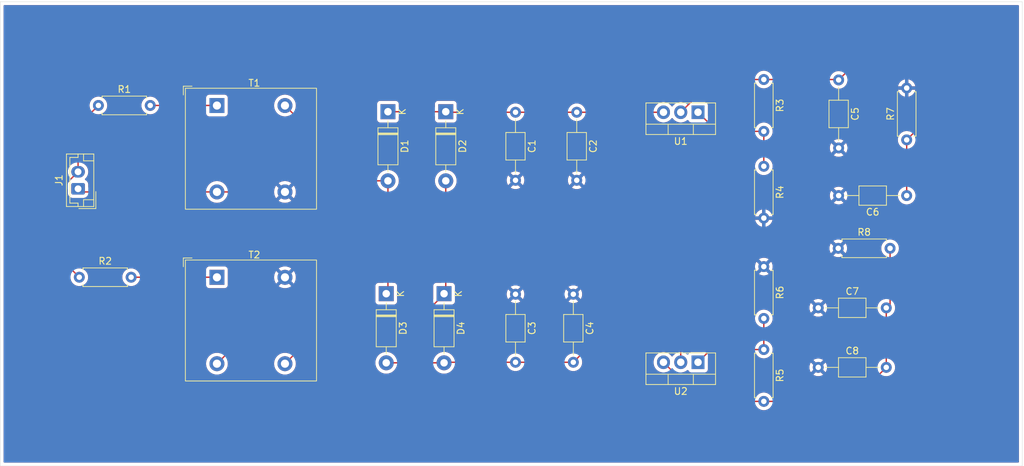
<source format=kicad_pcb>
(kicad_pcb (version 20241229) (generator "pcbnew") (generator_version "9.0")
  (layers (0 "F.Cu" signal) (2 "B.Cu" signal) (13 "F.Paste" user) (15 "B.Paste" user) (5 "F.SilkS" user "F.Silkscreen") (7 "B.SilkS" user "B.Silkscreen") (1 "F.Mask" user) (3 "B.Mask" user) (25 "Edge.Cuts" user))
  (net 0 "")
  (net 1 "GND")
  (net 2 "Net-(D1-K)")
  (net 3 "Net-(D3-A)")
  (net 4 "Net-(U1-VO)")
  (net 5 "Net-(U2-VO)")
  (net 6 "Net-(D1-A)")
  (net 7 "Net-(D2-A)")
  (net 8 "Net-(J1-Pin_2)")
  (net 9 "Net-(J1-Pin_1)")
  (net 10 "Net-(T1-AA)")
  (net 11 "Net-(T2-AA)")
  (net 12 "Net-(U1-ADJ)")
  (net 13 "Net-(U2-ADJ)")
  (footprint "Capacitor_THT:C_Axial_L3.8mm_D2.6mm_P10.00mm_Horizontal" (layer "F.Cu") (at 198.25 61.25 -90)
    (property "Reference" "C5" (at 5 -2.42 90) (layer "F.SilkS"))
    (property "Value" "100n")
    (fp_line (start 2.98 1.42) (end 7.02 1.42) (stroke (width 0.12)) (layer "F.SilkS"))
    (fp_line (start 7.02 1.42) (end 7.02 -1.42) (stroke (width 0.12)) (layer "F.SilkS"))
    (fp_line (start 1.04 0) (end 2.98 0) (stroke (width 0.12)) (layer "F.SilkS"))
    (fp_line (start 8.96 0) (end 7.02 0) (stroke (width 0.12)) (layer "F.SilkS"))
    (fp_line (start 2.98 -1.42) (end 2.98 1.42) (stroke (width 0.12)) (layer "F.SilkS"))
    (fp_line (start 7.02 -1.42) (end 2.98 -1.42) (stroke (width 0.12)) (layer "F.SilkS"))
    (pad "1" thru_hole circle (at 0 0 270) (size 1.6 1.6) (drill 0.8) (layers "*.Cu" "*.Mask") (net 4 "Net-(U1-VO)"))
    (pad "2" thru_hole circle (at 10 0 270) (size 1.6 1.6) (drill 0.8) (layers "*.Cu" "*.Mask") (net 1 "GND"))
  )
  (footprint "Diode_THT:D_DO-41_SOD81_P10.16mm_Horizontal" (layer "F.Cu") (at 140.5 65.92 -90)
    (property "Reference" "D2" (at 5.08 -2.47 90) (layer "F.SilkS"))
    (property "Value" "1N4007")
    (fp_line (start 2.36 1.47) (end 7.8 1.47) (stroke (width 0.12)) (layer "F.SilkS"))
    (fp_line (start 7.8 1.47) (end 7.8 -1.47) (stroke (width 0.12)) (layer "F.SilkS"))
    (fp_line (start 1.34 0) (end 2.36 0) (stroke (width 0.12)) (layer "F.SilkS"))
    (fp_line (start 8.82 0) (end 7.8 0) (stroke (width 0.12)) (layer "F.SilkS"))
    (fp_line (start 2.36 -1.47) (end 2.36 1.47) (stroke (width 0.12)) (layer "F.SilkS"))
    (fp_line (start 3.14 -1.47) (end 3.14 1.47) (stroke (width 0.12)) (layer "F.SilkS"))
    (fp_line (start 3.26 -1.47) (end 3.26 1.47) (stroke (width 0.12)) (layer "F.SilkS"))
    (fp_line (start 3.38 -1.47) (end 3.38 1.47) (stroke (width 0.12)) (layer "F.SilkS"))
    (fp_line (start 7.8 -1.47) (end 2.36 -1.47) (stroke (width 0.12)) (layer "F.SilkS"))
    (fp_text user "K" (at 0 -2.1 90) (layer "F.SilkS"))
    (pad "1" thru_hole rect (at 0 0 270) (size 2.2 2.2) (drill 1.1) (layers "*.Cu" "*.Mask") (net 2 "Net-(D1-K)"))
    (pad "2" thru_hole oval (at 10.16 0 270) (size 2.2 2.2) (drill 1.1) (layers "*.Cu" "*.Mask") (net 7 "Net-(D2-A)"))
  )
  (footprint "Resistor_THT:R_Axial_DIN0207_L6.3mm_D2.5mm_P7.62mm_Horizontal" (layer "F.Cu") (at 86.63 90.25)
    (property "Reference" "R2" (at 3.81 -2.37 0) (layer "F.SilkS"))
    (property "Value" "R")
    (fp_line (start 0.54 -1.37) (end 7.08 -1.37) (stroke (width 0.12)) (layer "F.SilkS"))
    (fp_line (start 0.54 -1.04) (end 0.54 -1.37) (stroke (width 0.12)) (layer "F.SilkS"))
    (fp_line (start 0.54 1.04) (end 0.54 1.37) (stroke (width 0.12)) (layer "F.SilkS"))
    (fp_line (start 0.54 1.37) (end 7.08 1.37) (stroke (width 0.12)) (layer "F.SilkS"))
    (fp_line (start 7.08 -1.37) (end 7.08 -1.04) (stroke (width 0.12)) (layer "F.SilkS"))
    (fp_line (start 7.08 1.37) (end 7.08 1.04) (stroke (width 0.12)) (layer "F.SilkS"))
    (pad "1" thru_hole circle (at 0 0) (size 1.6 1.6) (drill 0.8) (layers "*.Cu" "*.Mask") (net 8 "Net-(J1-Pin_2)"))
    (pad "2" thru_hole oval (at 7.62 0) (size 1.6 1.6) (drill 0.8) (layers "*.Cu" "*.Mask") (net 11 "Net-(T2-AA)"))
  )
  (footprint "Diode_THT:D_DO-41_SOD81_P10.16mm_Horizontal" (layer "F.Cu") (at 132 65.92 -90)
    (property "Reference" "D1" (at 5.08 -2.47 90) (layer "F.SilkS"))
    (property "Value" "1N4007")
    (fp_line (start 2.36 1.47) (end 7.8 1.47) (stroke (width 0.12)) (layer "F.SilkS"))
    (fp_line (start 7.8 1.47) (end 7.8 -1.47) (stroke (width 0.12)) (layer "F.SilkS"))
    (fp_line (start 1.34 0) (end 2.36 0) (stroke (width 0.12)) (layer "F.SilkS"))
    (fp_line (start 8.82 0) (end 7.8 0) (stroke (width 0.12)) (layer "F.SilkS"))
    (fp_line (start 2.36 -1.47) (end 2.36 1.47) (stroke (width 0.12)) (layer "F.SilkS"))
    (fp_line (start 3.14 -1.47) (end 3.14 1.47) (stroke (width 0.12)) (layer "F.SilkS"))
    (fp_line (start 3.26 -1.47) (end 3.26 1.47) (stroke (width 0.12)) (layer "F.SilkS"))
    (fp_line (start 3.38 -1.47) (end 3.38 1.47) (stroke (width 0.12)) (layer "F.SilkS"))
    (fp_line (start 7.8 -1.47) (end 2.36 -1.47) (stroke (width 0.12)) (layer "F.SilkS"))
    (fp_text user "K" (at 0 -2.1 90) (layer "F.SilkS"))
    (pad "1" thru_hole rect (at 0 0 270) (size 2.2 2.2) (drill 1.1) (layers "*.Cu" "*.Mask") (net 2 "Net-(D1-K)"))
    (pad "2" thru_hole oval (at 10.16 0 270) (size 2.2 2.2) (drill 1.1) (layers "*.Cu" "*.Mask") (net 6 "Net-(D1-A)"))
  )
  (footprint "Resistor_THT:R_Axial_DIN0207_L6.3mm_D2.5mm_P7.62mm_Horizontal" (layer "F.Cu") (at 187.25 73.94 -90)
    (property "Reference" "R4" (at 3.81 -2.37 90) (layer "F.SilkS"))
    (property "Value" "R")
    (fp_line (start 0.54 1.37) (end 7.08 1.37) (stroke (width 0.12)) (layer "F.SilkS"))
    (fp_line (start 7.08 1.37) (end 7.08 1.04) (stroke (width 0.12)) (layer "F.SilkS"))
    (fp_line (start 0.54 1.04) (end 0.54 1.37) (stroke (width 0.12)) (layer "F.SilkS"))
    (fp_line (start 0.54 -1.04) (end 0.54 -1.37) (stroke (width 0.12)) (layer "F.SilkS"))
    (fp_line (start 0.54 -1.37) (end 7.08 -1.37) (stroke (width 0.12)) (layer "F.SilkS"))
    (fp_line (start 7.08 -1.37) (end 7.08 -1.04) (stroke (width 0.12)) (layer "F.SilkS"))
    (pad "1" thru_hole circle (at 0 0 270) (size 1.6 1.6) (drill 0.8) (layers "*.Cu" "*.Mask") (net 12 "Net-(U1-ADJ)"))
    (pad "2" thru_hole oval (at 7.62 0 270) (size 1.6 1.6) (drill 0.8) (layers "*.Cu" "*.Mask") (net 1 "GND"))
  )
  (footprint "Package_TO_SOT_THT:TO-220-3_Vertical" (layer "F.Cu") (at 177.58 102.75 180)
    (property "Reference" "U2" (at 2.54 -4.27 0) (layer "F.SilkS"))
    (property "Value" "LM337_TO220")
    (fp_line (start 7.66 -3.27) (end 7.66 1.371) (stroke (width 0.12)) (layer "F.SilkS"))
    (fp_line (start 4.391 -3.27) (end 4.391 -1.76) (stroke (width 0.12)) (layer "F.SilkS"))
    (fp_line (start 0.69 -3.27) (end 0.69 -1.76) (stroke (width 0.12)) (layer "F.SilkS"))
    (fp_line (start -2.58 1.371) (end 7.66 1.371) (stroke (width 0.12)) (layer "F.SilkS"))
    (fp_line (start -2.58 -1.76) (end 7.66 -1.76) (stroke (width 0.12)) (layer "F.SilkS"))
    (fp_line (start -2.58 -3.27) (end 7.66 -3.27) (stroke (width 0.12)) (layer "F.SilkS"))
    (fp_line (start -2.58 -3.27) (end -2.58 1.371) (stroke (width 0.12)) (layer "F.SilkS"))
    (pad "1" thru_hole rect (at 0 0 180) (size 1.905 2) (drill 1.1) (layers "*.Cu" "*.Mask") (net 13 "Net-(U2-ADJ)"))
    (pad "2" thru_hole oval (at 2.54 0 180) (size 1.905 2) (drill 1.1) (layers "*.Cu" "*.Mask") (net 3 "Net-(D3-A)"))
    (pad "3" thru_hole oval (at 5.08 0 180) (size 1.905 2) (drill 1.1) (layers "*.Cu" "*.Mask") (net 5 "Net-(U2-VO)"))
  )
  (footprint "Resistor_THT:R_Axial_DIN0207_L6.3mm_D2.5mm_P7.62mm_Horizontal" (layer "F.Cu") (at 187.25 88.69 -90)
    (property "Reference" "R6" (at 3.81 -2.37 90) (layer "F.SilkS"))
    (property "Value" "R")
    (fp_line (start 0.54 1.37) (end 7.08 1.37) (stroke (width 0.12)) (layer "F.SilkS"))
    (fp_line (start 7.08 1.37) (end 7.08 1.04) (stroke (width 0.12)) (layer "F.SilkS"))
    (fp_line (start 0.54 1.04) (end 0.54 1.37) (stroke (width 0.12)) (layer "F.SilkS"))
    (fp_line (start 0.54 -1.04) (end 0.54 -1.37) (stroke (width 0.12)) (layer "F.SilkS"))
    (fp_line (start 0.54 -1.37) (end 7.08 -1.37) (stroke (width 0.12)) (layer "F.SilkS"))
    (fp_line (start 7.08 -1.37) (end 7.08 -1.04) (stroke (width 0.12)) (layer "F.SilkS"))
    (pad "1" thru_hole circle (at 0 0 270) (size 1.6 1.6) (drill 0.8) (layers "*.Cu" "*.Mask") (net 1 "GND"))
    (pad "2" thru_hole oval (at 7.62 0 270) (size 1.6 1.6) (drill 0.8) (layers "*.Cu" "*.Mask") (net 13 "Net-(U2-ADJ)"))
  )
  (footprint "Capacitor_THT:C_Axial_L3.8mm_D2.6mm_P10.00mm_Horizontal" (layer "F.Cu") (at 150.75 92.75 -90)
    (property "Reference" "C3" (at 5 -2.42 90) (layer "F.SilkS"))
    (property "Value" "150m")
    (fp_line (start 2.98 1.42) (end 7.02 1.42) (stroke (width 0.12)) (layer "F.SilkS"))
    (fp_line (start 7.02 1.42) (end 7.02 -1.42) (stroke (width 0.12)) (layer "F.SilkS"))
    (fp_line (start 1.04 0) (end 2.98 0) (stroke (width 0.12)) (layer "F.SilkS"))
    (fp_line (start 8.96 0) (end 7.02 0) (stroke (width 0.12)) (layer "F.SilkS"))
    (fp_line (start 2.98 -1.42) (end 2.98 1.42) (stroke (width 0.12)) (layer "F.SilkS"))
    (fp_line (start 7.02 -1.42) (end 2.98 -1.42) (stroke (width 0.12)) (layer "F.SilkS"))
    (pad "1" thru_hole circle (at 0 0 270) (size 1.6 1.6) (drill 0.8) (layers "*.Cu" "*.Mask") (net 1 "GND"))
    (pad "2" thru_hole circle (at 10 0 270) (size 1.6 1.6) (drill 0.8) (layers "*.Cu" "*.Mask") (net 3 "Net-(D3-A)"))
  )
  (footprint "Capacitor_THT:C_Axial_L3.8mm_D2.6mm_P10.00mm_Horizontal" (layer "F.Cu") (at 195.25 103.5)
    (property "Reference" "C8" (at 5 -2.42 0) (layer "F.SilkS"))
    (property "Value" "1000u")
    (fp_line (start 1.04 0) (end 2.98 0) (stroke (width 0.12)) (layer "F.SilkS"))
    (fp_line (start 2.98 -1.42) (end 2.98 1.42) (stroke (width 0.12)) (layer "F.SilkS"))
    (fp_line (start 2.98 1.42) (end 7.02 1.42) (stroke (width 0.12)) (layer "F.SilkS"))
    (fp_line (start 7.02 -1.42) (end 2.98 -1.42) (stroke (width 0.12)) (layer "F.SilkS"))
    (fp_line (start 7.02 1.42) (end 7.02 -1.42) (stroke (width 0.12)) (layer "F.SilkS"))
    (fp_line (start 8.96 0) (end 7.02 0) (stroke (width 0.12)) (layer "F.SilkS"))
    (pad "1" thru_hole circle (at 0 0) (size 1.6 1.6) (drill 0.8) (layers "*.Cu" "*.Mask") (net 1 "GND"))
    (pad "2" thru_hole circle (at 10 0) (size 1.6 1.6) (drill 0.8) (layers "*.Cu" "*.Mask") (net 5 "Net-(U2-VO)"))
  )
  (footprint "Capacitor_THT:C_Axial_L3.8mm_D2.6mm_P10.00mm_Horizontal" (layer "F.Cu") (at 159.75 66 -90)
    (property "Reference" "C2" (at 5 -2.42 90) (layer "F.SilkS"))
    (property "Value" "100n")
    (fp_line (start 2.98 1.42) (end 7.02 1.42) (stroke (width 0.12)) (layer "F.SilkS"))
    (fp_line (start 7.02 1.42) (end 7.02 -1.42) (stroke (width 0.12)) (layer "F.SilkS"))
    (fp_line (start 1.04 0) (end 2.98 0) (stroke (width 0.12)) (layer "F.SilkS"))
    (fp_line (start 8.96 0) (end 7.02 0) (stroke (width 0.12)) (layer "F.SilkS"))
    (fp_line (start 2.98 -1.42) (end 2.98 1.42) (stroke (width 0.12)) (layer "F.SilkS"))
    (fp_line (start 7.02 -1.42) (end 2.98 -1.42) (stroke (width 0.12)) (layer "F.SilkS"))
    (pad "1" thru_hole circle (at 0 0 270) (size 1.6 1.6) (drill 0.8) (layers "*.Cu" "*.Mask") (net 2 "Net-(D1-K)"))
    (pad "2" thru_hole circle (at 10 0 270) (size 1.6 1.6) (drill 0.8) (layers "*.Cu" "*.Mask") (net 1 "GND"))
  )
  (footprint "Resistor_THT:R_Axial_DIN0207_L6.3mm_D2.5mm_P7.62mm_Horizontal" (layer "F.Cu") (at 89.44 65)
    (property "Reference" "R1" (at 3.81 -2.37 0) (layer "F.SilkS"))
    (property "Value" "R")
    (fp_line (start 0.54 -1.37) (end 7.08 -1.37) (stroke (width 0.12)) (layer "F.SilkS"))
    (fp_line (start 0.54 -1.04) (end 0.54 -1.37) (stroke (width 0.12)) (layer "F.SilkS"))
    (fp_line (start 0.54 1.04) (end 0.54 1.37) (stroke (width 0.12)) (layer "F.SilkS"))
    (fp_line (start 0.54 1.37) (end 7.08 1.37) (stroke (width 0.12)) (layer "F.SilkS"))
    (fp_line (start 7.08 -1.37) (end 7.08 -1.04) (stroke (width 0.12)) (layer "F.SilkS"))
    (fp_line (start 7.08 1.37) (end 7.08 1.04) (stroke (width 0.12)) (layer "F.SilkS"))
    (pad "1" thru_hole circle (at 0 0) (size 1.6 1.6) (drill 0.8) (layers "*.Cu" "*.Mask") (net 8 "Net-(J1-Pin_2)"))
    (pad "2" thru_hole oval (at 7.62 0) (size 1.6 1.6) (drill 0.8) (layers "*.Cu" "*.Mask") (net 10 "Net-(T1-AA)"))
  )
  (footprint "Resistor_THT:R_Axial_DIN0207_L6.3mm_D2.5mm_P7.62mm_Horizontal" (layer "F.Cu") (at 187.25 61.19 -90)
    (property "Reference" "R3" (at 3.81 -2.37 90) (layer "F.SilkS"))
    (property "Value" "470")
    (fp_line (start 0.54 1.37) (end 7.08 1.37) (stroke (width 0.12)) (layer "F.SilkS"))
    (fp_line (start 7.08 1.37) (end 7.08 1.04) (stroke (width 0.12)) (layer "F.SilkS"))
    (fp_line (start 0.54 1.04) (end 0.54 1.37) (stroke (width 0.12)) (layer "F.SilkS"))
    (fp_line (start 0.54 -1.04) (end 0.54 -1.37) (stroke (width 0.12)) (layer "F.SilkS"))
    (fp_line (start 0.54 -1.37) (end 7.08 -1.37) (stroke (width 0.12)) (layer "F.SilkS"))
    (fp_line (start 7.08 -1.37) (end 7.08 -1.04) (stroke (width 0.12)) (layer "F.SilkS"))
    (pad "1" thru_hole circle (at 0 0 270) (size 1.6 1.6) (drill 0.8) (layers "*.Cu" "*.Mask") (net 4 "Net-(U1-VO)"))
    (pad "2" thru_hole oval (at 7.62 0 270) (size 1.6 1.6) (drill 0.8) (layers "*.Cu" "*.Mask") (net 12 "Net-(U1-ADJ)"))
  )
  (footprint "Package_TO_SOT_THT:TO-220-3_Vertical" (layer "F.Cu") (at 177.58 66 180)
    (property "Reference" "U1" (at 2.54 -4.27 0) (layer "F.SilkS"))
    (property "Value" "LM317_TO-220")
    (fp_line (start 7.66 -3.27) (end 7.66 1.371) (stroke (width 0.12)) (layer "F.SilkS"))
    (fp_line (start 4.391 -3.27) (end 4.391 -1.76) (stroke (width 0.12)) (layer "F.SilkS"))
    (fp_line (start 0.69 -3.27) (end 0.69 -1.76) (stroke (width 0.12)) (layer "F.SilkS"))
    (fp_line (start -2.58 1.371) (end 7.66 1.371) (stroke (width 0.12)) (layer "F.SilkS"))
    (fp_line (start -2.58 -1.76) (end 7.66 -1.76) (stroke (width 0.12)) (layer "F.SilkS"))
    (fp_line (start -2.58 -3.27) (end 7.66 -3.27) (stroke (width 0.12)) (layer "F.SilkS"))
    (fp_line (start -2.58 -3.27) (end -2.58 1.371) (stroke (width 0.12)) (layer "F.SilkS"))
    (pad "1" thru_hole rect (at 0 0 180) (size 1.905 2) (drill 1.1) (layers "*.Cu" "*.Mask") (net 12 "Net-(U1-ADJ)"))
    (pad "2" thru_hole oval (at 2.54 0 180) (size 1.905 2) (drill 1.1) (layers "*.Cu" "*.Mask") (net 4 "Net-(U1-VO)"))
    (pad "3" thru_hole oval (at 5.08 0 180) (size 1.905 2) (drill 1.1) (layers "*.Cu" "*.Mask") (net 2 "Net-(D1-K)"))
  )
  (footprint "Diode_THT:D_DO-41_SOD81_P10.16mm_Horizontal" (layer "F.Cu") (at 140.25 92.67 -90)
    (property "Reference" "D4" (at 5.08 -2.47 90) (layer "F.SilkS"))
    (property "Value" "1N4007")
    (fp_line (start 2.36 1.47) (end 7.8 1.47) (stroke (width 0.12)) (layer "F.SilkS"))
    (fp_line (start 7.8 1.47) (end 7.8 -1.47) (stroke (width 0.12)) (layer "F.SilkS"))
    (fp_line (start 1.34 0) (end 2.36 0) (stroke (width 0.12)) (layer "F.SilkS"))
    (fp_line (start 8.82 0) (end 7.8 0) (stroke (width 0.12)) (layer "F.SilkS"))
    (fp_line (start 2.36 -1.47) (end 2.36 1.47) (stroke (width 0.12)) (layer "F.SilkS"))
    (fp_line (start 3.14 -1.47) (end 3.14 1.47) (stroke (width 0.12)) (layer "F.SilkS"))
    (fp_line (start 3.26 -1.47) (end 3.26 1.47) (stroke (width 0.12)) (layer "F.SilkS"))
    (fp_line (start 3.38 -1.47) (end 3.38 1.47) (stroke (width 0.12)) (layer "F.SilkS"))
    (fp_line (start 7.8 -1.47) (end 2.36 -1.47) (stroke (width 0.12)) (layer "F.SilkS"))
    (fp_text user "K" (at 0 -2.1 90) (layer "F.SilkS"))
    (pad "1" thru_hole rect (at 0 0 270) (size 2.2 2.2) (drill 1.1) (layers "*.Cu" "*.Mask") (net 7 "Net-(D2-A)"))
    (pad "2" thru_hole oval (at 10.16 0 270) (size 2.2 2.2) (drill 1.1) (layers "*.Cu" "*.Mask") (net 3 "Net-(D3-A)"))
  )
  (footprint "Connector_JST:JST_EH_B2B-EH-A_1x02_P2.50mm_Vertical" (layer "F.Cu") (at 86.45 77.25 90)
    (property "Reference" "J1" (at 1.25 -2.8 90) (layer "F.SilkS"))
    (property "Value" "Conn_01x02")
    (fp_line (start 5.11 -1.71) (end -2.61 -1.71) (stroke (width 0.12)) (layer "F.SilkS"))
    (fp_line (start -2.61 -1.71) (end -2.61 2.31) (stroke (width 0.12)) (layer "F.SilkS"))
    (fp_line (start 4.61 -1.21) (end 4.61 0) (stroke (width 0.12)) (layer "F.SilkS"))
    (fp_line (start -2.11 -1.21) (end 4.61 -1.21) (stroke (width 0.12)) (layer "F.SilkS"))
    (fp_line (start 4.61 0) (end 5.11 0) (stroke (width 0.12)) (layer "F.SilkS"))
    (fp_line (start -2.11 0) (end -2.11 -1.21) (stroke (width 0.12)) (layer "F.SilkS"))
    (fp_line (start -2.61 0) (end -2.11 0) (stroke (width 0.12)) (layer "F.SilkS"))
    (fp_line (start -2.91 0.11) (end -2.91 2.61) (stroke (width 0.12)) (layer "F.SilkS"))
    (fp_line (start 5.11 0.81) (end 4.11 0.81) (stroke (width 0.12)) (layer "F.SilkS"))
    (fp_line (start 4.11 0.81) (end 4.11 2.31) (stroke (width 0.12)) (layer "F.SilkS"))
    (fp_line (start -1.61 0.81) (end -1.61 2.31) (stroke (width 0.12)) (layer "F.SilkS"))
    (fp_line (start -2.61 0.81) (end -1.61 0.81) (stroke (width 0.12)) (layer "F.SilkS"))
    (fp_line (start 5.11 2.31) (end 5.11 -1.71) (stroke (width 0.12)) (layer "F.SilkS"))
    (fp_line (start -2.61 2.31) (end 5.11 2.31) (stroke (width 0.12)) (layer "F.SilkS"))
    (fp_line (start -2.91 2.61) (end -0.41 2.61) (stroke (width 0.12)) (layer "F.SilkS"))
    (pad "1" thru_hole roundrect (at 0 0 90) (size 1.7 2) (drill 1) (layers "*.Cu" "*.Mask") (roundrect_rratio 0.147059) (net 9 "Net-(J1-Pin_1)"))
    (pad "2" thru_hole oval (at 2.5 0 90) (size 1.7 2) (drill 1) (layers "*.Cu" "*.Mask") (net 8 "Net-(J1-Pin_2)"))
  )
  (footprint "Resistor_THT:R_Axial_DIN0207_L6.3mm_D2.5mm_P7.62mm_Horizontal" (layer "F.Cu") (at 187.25 100.88 -90)
    (property "Reference" "R5" (at 3.81 -2.37 90) (layer "F.SilkS"))
    (property "Value" "470")
    (fp_line (start 0.54 1.37) (end 7.08 1.37) (stroke (width 0.12)) (layer "F.SilkS"))
    (fp_line (start 7.08 1.37) (end 7.08 1.04) (stroke (width 0.12)) (layer "F.SilkS"))
    (fp_line (start 0.54 1.04) (end 0.54 1.37) (stroke (width 0.12)) (layer "F.SilkS"))
    (fp_line (start 0.54 -1.04) (end 0.54 -1.37) (stroke (width 0.12)) (layer "F.SilkS"))
    (fp_line (start 0.54 -1.37) (end 7.08 -1.37) (stroke (width 0.12)) (layer "F.SilkS"))
    (fp_line (start 7.08 -1.37) (end 7.08 -1.04) (stroke (width 0.12)) (layer "F.SilkS"))
    (pad "1" thru_hole circle (at 0 0 270) (size 1.6 1.6) (drill 0.8) (layers "*.Cu" "*.Mask") (net 13 "Net-(U2-ADJ)"))
    (pad "2" thru_hole oval (at 7.62 0 270) (size 1.6 1.6) (drill 0.8) (layers "*.Cu" "*.Mask") (net 5 "Net-(U2-VO)"))
  )
  (footprint "Transformer_THT:Transformer_Zeming_ZMPT101K" (layer "F.Cu") (at 106.8625 90.2625)
    (property "Reference" "T2" (at 5.5 -3.3 0) (layer "F.SilkS"))
    (property "Value" "Transformer_1P_1S")
    (fp_line (start -4.94 -2.84) (end -3.66 -2.84) (stroke (width 0.12)) (layer "F.SilkS"))
    (fp_line (start -4.94 -1.56) (end -4.94 -2.84) (stroke (width 0.12)) (layer "F.SilkS"))
    (fp_rect (start -4.64 -2.54) (end 14.64 15.24) (stroke (width 0.12)) (fill no) (layer "F.SilkS"))
    (pad "1" thru_hole rect (at 0 0) (size 2.2 2.2) (drill 1.2) (layers "*.Cu" "*.Mask") (net 11 "Net-(T2-AA)"))
    (pad "2" thru_hole circle (at 0 12.7) (size 2.2 2.2) (drill 1.2) (layers "*.Cu" "*.Mask") (net 9 "Net-(J1-Pin_1)"))
    (pad "3" thru_hole circle (at 10 12.7) (size 2.2 2.2) (drill 1.2) (layers "*.Cu" "*.Mask") (net 7 "Net-(D2-A)"))
    (pad "4" thru_hole circle (at 10 0) (size 2.2 2.2) (drill 1.2) (layers "*.Cu" "*.Mask") (net 1 "GND"))
  )
  (footprint "Diode_THT:D_DO-41_SOD81_P10.16mm_Horizontal" (layer "F.Cu") (at 131.75 92.67 -90)
    (property "Reference" "D3" (at 5.08 -2.47 90) (layer "F.SilkS"))
    (property "Value" "1N4007")
    (fp_line (start 2.36 1.47) (end 7.8 1.47) (stroke (width 0.12)) (layer "F.SilkS"))
    (fp_line (start 7.8 1.47) (end 7.8 -1.47) (stroke (width 0.12)) (layer "F.SilkS"))
    (fp_line (start 1.34 0) (end 2.36 0) (stroke (width 0.12)) (layer "F.SilkS"))
    (fp_line (start 8.82 0) (end 7.8 0) (stroke (width 0.12)) (layer "F.SilkS"))
    (fp_line (start 2.36 -1.47) (end 2.36 1.47) (stroke (width 0.12)) (layer "F.SilkS"))
    (fp_line (start 3.14 -1.47) (end 3.14 1.47) (stroke (width 0.12)) (layer "F.SilkS"))
    (fp_line (start 3.26 -1.47) (end 3.26 1.47) (stroke (width 0.12)) (layer "F.SilkS"))
    (fp_line (start 3.38 -1.47) (end 3.38 1.47) (stroke (width 0.12)) (layer "F.SilkS"))
    (fp_line (start 7.8 -1.47) (end 2.36 -1.47) (stroke (width 0.12)) (layer "F.SilkS"))
    (fp_text user "K" (at 0 -2.1 90) (layer "F.SilkS"))
    (pad "1" thru_hole rect (at 0 0 270) (size 2.2 2.2) (drill 1.1) (layers "*.Cu" "*.Mask") (net 6 "Net-(D1-A)"))
    (pad "2" thru_hole oval (at 10.16 0 270) (size 2.2 2.2) (drill 1.1) (layers "*.Cu" "*.Mask") (net 3 "Net-(D3-A)"))
  )
  (footprint "Capacitor_THT:C_Axial_L3.8mm_D2.6mm_P10.00mm_Horizontal" (layer "F.Cu") (at 150.75 66 -90)
    (property "Reference" "C1" (at 5 -2.42 90) (layer "F.SilkS"))
    (property "Value" "150m")
    (fp_line (start 2.98 1.42) (end 7.02 1.42) (stroke (width 0.12)) (layer "F.SilkS"))
    (fp_line (start 7.02 1.42) (end 7.02 -1.42) (stroke (width 0.12)) (layer "F.SilkS"))
    (fp_line (start 1.04 0) (end 2.98 0) (stroke (width 0.12)) (layer "F.SilkS"))
    (fp_line (start 8.96 0) (end 7.02 0) (stroke (width 0.12)) (layer "F.SilkS"))
    (fp_line (start 2.98 -1.42) (end 2.98 1.42) (stroke (width 0.12)) (layer "F.SilkS"))
    (fp_line (start 7.02 -1.42) (end 2.98 -1.42) (stroke (width 0.12)) (layer "F.SilkS"))
    (pad "1" thru_hole circle (at 0 0 270) (size 1.6 1.6) (drill 0.8) (layers "*.Cu" "*.Mask") (net 2 "Net-(D1-K)"))
    (pad "2" thru_hole circle (at 10 0 270) (size 1.6 1.6) (drill 0.8) (layers "*.Cu" "*.Mask") (net 1 "GND"))
  )
  (footprint "Resistor_THT:R_Axial_DIN0207_L6.3mm_D2.5mm_P7.62mm_Horizontal" (layer "F.Cu") (at 198.19 86)
    (property "Reference" "R8" (at 3.81 -2.37 0) (layer "F.SilkS"))
    (property "Value" "R")
    (fp_line (start 0.54 -1.37) (end 7.08 -1.37) (stroke (width 0.12)) (layer "F.SilkS"))
    (fp_line (start 0.54 -1.04) (end 0.54 -1.37) (stroke (width 0.12)) (layer "F.SilkS"))
    (fp_line (start 0.54 1.04) (end 0.54 1.37) (stroke (width 0.12)) (layer "F.SilkS"))
    (fp_line (start 0.54 1.37) (end 7.08 1.37) (stroke (width 0.12)) (layer "F.SilkS"))
    (fp_line (start 7.08 -1.37) (end 7.08 -1.04) (stroke (width 0.12)) (layer "F.SilkS"))
    (fp_line (start 7.08 1.37) (end 7.08 1.04) (stroke (width 0.12)) (layer "F.SilkS"))
    (pad "1" thru_hole circle (at 0 0) (size 1.6 1.6) (drill 0.8) (layers "*.Cu" "*.Mask") (net 1 "GND"))
    (pad "2" thru_hole oval (at 7.62 0) (size 1.6 1.6) (drill 0.8) (layers "*.Cu" "*.Mask") (net 5 "Net-(U2-VO)"))
  )
  (footprint "Resistor_THT:R_Axial_DIN0207_L6.3mm_D2.5mm_P7.62mm_Horizontal" (layer "F.Cu") (at 208.25 70.06 90)
    (property "Reference" "R7" (at 3.81 -2.37 90) (layer "F.SilkS"))
    (property "Value" "R")
    (fp_line (start 7.08 -1.37) (end 7.08 -1.04) (stroke (width 0.12)) (layer "F.SilkS"))
    (fp_line (start 0.54 -1.37) (end 7.08 -1.37) (stroke (width 0.12)) (layer "F.SilkS"))
    (fp_line (start 0.54 -1.04) (end 0.54 -1.37) (stroke (width 0.12)) (layer "F.SilkS"))
    (fp_line (start 0.54 1.04) (end 0.54 1.37) (stroke (width 0.12)) (layer "F.SilkS"))
    (fp_line (start 7.08 1.37) (end 7.08 1.04) (stroke (width 0.12)) (layer "F.SilkS"))
    (fp_line (start 0.54 1.37) (end 7.08 1.37) (stroke (width 0.12)) (layer "F.SilkS"))
    (pad "1" thru_hole circle (at 0 0 90) (size 1.6 1.6) (drill 0.8) (layers "*.Cu" "*.Mask") (net 4 "Net-(U1-VO)"))
    (pad "2" thru_hole oval (at 7.62 0 90) (size 1.6 1.6) (drill 0.8) (layers "*.Cu" "*.Mask") (net 1 "GND"))
  )
  (footprint "Capacitor_THT:C_Axial_L3.8mm_D2.6mm_P10.00mm_Horizontal" (layer "F.Cu") (at 208.25 78.25 180)
    (property "Reference" "C6" (at 5 -2.42 0) (layer "F.SilkS"))
    (property "Value" "1000u")
    (fp_line (start 8.96 0) (end 7.02 0) (stroke (width 0.12)) (layer "F.SilkS"))
    (fp_line (start 7.02 1.42) (end 7.02 -1.42) (stroke (width 0.12)) (layer "F.SilkS"))
    (fp_line (start 7.02 -1.42) (end 2.98 -1.42) (stroke (width 0.12)) (layer "F.SilkS"))
    (fp_line (start 2.98 1.42) (end 7.02 1.42) (stroke (width 0.12)) (layer "F.SilkS"))
    (fp_line (start 2.98 -1.42) (end 2.98 1.42) (stroke (width 0.12)) (layer "F.SilkS"))
    (fp_line (start 1.04 0) (end 2.98 0) (stroke (width 0.12)) (layer "F.SilkS"))
    (pad "1" thru_hole circle (at 0 0 180) (size 1.6 1.6) (drill 0.8) (layers "*.Cu" "*.Mask") (net 4 "Net-(U1-VO)"))
    (pad "2" thru_hole circle (at 10 0 180) (size 1.6 1.6) (drill 0.8) (layers "*.Cu" "*.Mask") (net 1 "GND"))
  )
  (footprint "Capacitor_THT:C_Axial_L3.8mm_D2.6mm_P10.00mm_Horizontal" (layer "F.Cu") (at 159.25 92.75 -90)
    (property "Reference" "C4" (at 5 -2.42 90) (layer "F.SilkS"))
    (property "Value" "100n")
    (fp_line (start 2.98 1.42) (end 7.02 1.42) (stroke (width 0.12)) (layer "F.SilkS"))
    (fp_line (start 7.02 1.42) (end 7.02 -1.42) (stroke (width 0.12)) (layer "F.SilkS"))
    (fp_line (start 1.04 0) (end 2.98 0) (stroke (width 0.12)) (layer "F.SilkS"))
    (fp_line (start 8.96 0) (end 7.02 0) (stroke (width 0.12)) (layer "F.SilkS"))
    (fp_line (start 2.98 -1.42) (end 2.98 1.42) (stroke (width 0.12)) (layer "F.SilkS"))
    (fp_line (start 7.02 -1.42) (end 2.98 -1.42) (stroke (width 0.12)) (layer "F.SilkS"))
    (pad "1" thru_hole circle (at 0 0 270) (size 1.6 1.6) (drill 0.8) (layers "*.Cu" "*.Mask") (net 1 "GND"))
    (pad "2" thru_hole circle (at 10 0 270) (size 1.6 1.6) (drill 0.8) (layers "*.Cu" "*.Mask") (net 3 "Net-(D3-A)"))
  )
  (footprint "Transformer_THT:Transformer_Zeming_ZMPT101K" (layer "F.Cu") (at 106.8625 65.0125)
    (property "Reference" "T1" (at 5.5 -3.3 0) (layer "F.SilkS"))
    (property "Value" "Transformer_1P_1S")
    (fp_line (start -4.94 -2.84) (end -3.66 -2.84) (stroke (width 0.12)) (layer "F.SilkS"))
    (fp_line (start -4.94 -1.56) (end -4.94 -2.84) (stroke (width 0.12)) (layer "F.SilkS"))
    (fp_rect (start -4.64 -2.54) (end 14.64 15.24) (stroke (width 0.12)) (fill no) (layer "F.SilkS"))
    (pad "1" thru_hole rect (at 0 0) (size 2.2 2.2) (drill 1.2) (layers "*.Cu" "*.Mask") (net 10 "Net-(T1-AA)"))
    (pad "2" thru_hole circle (at 0 12.7) (size 2.2 2.2) (drill 1.2) (layers "*.Cu" "*.Mask") (net 9 "Net-(J1-Pin_1)"))
    (pad "3" thru_hole circle (at 10 12.7) (size 2.2 2.2) (drill 1.2) (layers "*.Cu" "*.Mask") (net 1 "GND"))
    (pad "4" thru_hole circle (at 10 0) (size 2.2 2.2) (drill 1.2) (layers "*.Cu" "*.Mask") (net 6 "Net-(D1-A)"))
  )
  (footprint "Capacitor_THT:C_Axial_L3.8mm_D2.6mm_P10.00mm_Horizontal" (layer "F.Cu") (at 195.25 94.75)
    (property "Reference" "C7" (at 5 -2.42 0) (layer "F.SilkS"))
    (property "Value" "100n")
    (fp_line (start 1.04 0) (end 2.98 0) (stroke (width 0.12)) (layer "F.SilkS"))
    (fp_line (start 2.98 -1.42) (end 2.98 1.42) (stroke (width 0.12)) (layer "F.SilkS"))
    (fp_line (start 2.98 1.42) (end 7.02 1.42) (stroke (width 0.12)) (layer "F.SilkS"))
    (fp_line (start 7.02 -1.42) (end 2.98 -1.42) (stroke (width 0.12)) (layer "F.SilkS"))
    (fp_line (start 7.02 1.42) (end 7.02 -1.42) (stroke (width 0.12)) (layer "F.SilkS"))
    (fp_line (start 8.96 0) (end 7.02 0) (stroke (width 0.12)) (layer "F.SilkS"))
    (pad "1" thru_hole circle (at 0 0) (size 1.6 1.6) (drill 0.8) (layers "*.Cu" "*.Mask") (net 1 "GND"))
    (pad "2" thru_hole circle (at 10 0) (size 1.6 1.6) (drill 0.8) (layers "*.Cu" "*.Mask") (net 5 "Net-(U2-VO)"))
  )
  (gr_rect (start 75 49.75) (end 225.25 118) (stroke (width 0.05)) (fill no) (layer "Edge.Cuts"))
  (segment (start 146.375 71.625) (end 146.25 71.5) (width 0.2) (layer "F.Cu") (net 1))
  (segment (start 208.25 62.44) (end 207.06 62.44) (width 0.2) (layer "F.Cu") (net 1))
  (segment (start 198.25 85.94) (end 198.19 86) (width 0.2) (layer "F.Cu") (net 1))
  (segment (start 132 65.92) (end 140.5 65.92) (width 0.2) (layer "F.Cu") (net 2))
  (segment (start 150.75 66) (end 140.58 66) (width 0.2) (layer "F.Cu") (net 2))
  (segment (start 140.58 66) (end 140.5 65.92) (width 0.2) (layer "F.Cu") (net 2))
  (segment (start 150.75 66) (end 159.75 66) (width 0.2) (layer "F.Cu") (net 2))
  (segment (start 172.5 66) (end 159.75 66) (width 0.2) (layer "F.Cu") (net 2))
  (segment (start 150.75 102.75) (end 140.33 102.75) (width 0.2) (layer "F.Cu") (net 3))
  (segment (start 162.5 99.5) (end 159.25 102.75) (width 0.2) (layer "F.Cu") (net 3))
  (segment (start 173.5 99.5) (end 162.5 99.5) (width 0.2) (layer "F.Cu") (net 3))
  (segment (start 175.04 102.75) (end 175.04 101.04) (width 0.2) (layer "F.Cu") (net 3))
  (segment (start 159.25 102.75) (end 150.75 102.75) (width 0.2) (layer "F.Cu") (net 3))
  (segment (start 175.04 101.04) (end 173.5 99.5) (width 0.2) (layer "F.Cu") (net 3))
  (segment (start 140.33 102.75) (end 140.25 102.83) (width 0.2) (layer "F.Cu") (net 3))
  (segment (start 140.25 102.83) (end 131.75 102.83) (width 0.2) (layer "F.Cu") (net 3))
  (segment (start 210.75 67.56) (end 208.25 70.06) (width 0.2) (layer "F.Cu") (net 4))
  (segment (start 208.25 78.25) (end 208.25 70.06) (width 0.2) (layer "F.Cu") (net 4))
  (segment (start 198.25 61.25) (end 200 59.5) (width 0.2) (layer "F.Cu") (net 4))
  (segment (start 200 59.5) (end 210.75 59.5) (width 0.2) (layer "F.Cu") (net 4))
  (segment (start 197.94 61.19) (end 187.25 61.19) (width 0.2) (layer "F.Cu") (net 4))
  (segment (start 179.85 61.19) (end 187.25 61.19) (width 0.2) (layer "F.Cu") (net 4))
  (segment (start 175.04 66) (end 179.85 61.19) (width 0.2) (layer "F.Cu") (net 4))
  (segment (start 198.25 61.25) (end 198 61.25) (width 0.2) (layer "F.Cu") (net 4))
  (segment (start 210.75 59.5) (end 210.75 67.56) (width 0.2) (layer "F.Cu") (net 4))
  (segment (start 198 61.25) (end 197.94 61.19) (width 0.2) (layer "F.Cu") (net 4))
  (segment (start 200.25 108.5) (end 187.25 108.5) (width 0.2) (layer "F.Cu") (net 5))
  (segment (start 172.5 102.75) (end 178.25 108.5) (width 0.2) (layer "F.Cu") (net 5))
  (segment (start 205.25 94.75) (end 205.25 103.5) (width 0.2) (layer "F.Cu") (net 5))
  (segment (start 205.81 94.19) (end 205.25 94.75) (width 0.2) (layer "F.Cu") (net 5))
  (segment (start 205.81 86) (end 205.81 94.19) (width 0.2) (layer "F.Cu") (net 5))
  (segment (start 205.25 103.5) (end 200.25 108.5) (width 0.2) (layer "F.Cu") (net 5))
  (segment (start 178.25 108.5) (end 187.25 108.5) (width 0.2) (layer "F.Cu") (net 5))
  (segment (start 132 76.08) (end 127.93 76.08) (width 0.2) (layer "F.Cu") (net 6))
  (segment (start 132 76.08) (end 132 92.42) (width 0.2) (layer "F.Cu") (net 6))
  (segment (start 132 92.42) (end 131.75 92.67) (width 0.2) (layer "F.Cu") (net 6))
  (segment (start 127.93 76.08) (end 116.8625 65.0125) (width 0.2) (layer "F.Cu") (net 6))
  (segment (start 140.25 92.75) (end 135 98) (width 0.2) (layer "F.Cu") (net 7))
  (segment (start 140.5 92.42) (end 140.25 92.67) (width 0.2) (layer "F.Cu") (net 7))
  (segment (start 121.825 98) (end 116.8625 102.9625) (width 0.2) (layer "F.Cu") (net 7))
  (segment (start 140.5 76.08) (end 140.5 92.42) (width 0.2) (layer "F.Cu") (net 7))
  (segment (start 135 98) (end 121.825 98) (width 0.2) (layer "F.Cu") (net 7))
  (segment (start 140.25 92.67) (end 140.25 92.75) (width 0.2) (layer "F.Cu") (net 7))
  (segment (start 86.45 67.99) (end 89.44 65) (width 0.2) (layer "F.Cu") (net 8))
  (segment (start 82.75 86.37) (end 86.63 90.25) (width 0.2) (layer "F.Cu") (net 8))
  (segment (start 86.45 74.75) (end 82.75 78.45) (width 0.2) (layer "F.Cu") (net 8))
  (segment (start 86.45 74.75) (end 86.45 67.99) (width 0.2) (layer "F.Cu") (net 8))
  (segment (start 82.75 78.45) (end 82.75 86.37) (width 0.2) (layer "F.Cu") (net 8))
  (segment (start 112.25 97.575) (end 106.8625 102.9625) (width 0.2) (layer "F.Cu") (net 9))
  (segment (start 106.8625 77.7125) (end 108.4625 77.7125) (width 0.2) (layer "F.Cu") (net 9))
  (segment (start 106.8625 77.7125) (end 86.9125 77.7125) (width 0.2) (layer "F.Cu") (net 9))
  (segment (start 108.4625 77.7125) (end 112.25 81.5) (width 0.2) (layer "F.Cu") (net 9))
  (segment (start 86.9125 77.7125) (end 86.45 77.25) (width 0.2) (layer "F.Cu") (net 9))
  (segment (start 112.25 81.5) (end 112.25 97.575) (width 0.2) (layer "F.Cu") (net 9))
  (segment (start 97.06 65) (end 106.85 65) (width 0.2) (layer "F.Cu") (net 10))
  (segment (start 106.85 65) (end 106.8625 65.0125) (width 0.2) (layer "F.Cu") (net 10))
  (segment (start 106.85 90.25) (end 106.8625 90.2625) (width 0.2) (layer "F.Cu") (net 11))
  (segment (start 94.25 90.25) (end 106.85 90.25) (width 0.2) (layer "F.Cu") (net 11))
  (segment (start 187.25 68.81) (end 187.25 73.94) (width 0.2) (layer "F.Cu") (net 12))
  (segment (start 187.25 68.81) (end 180.39 68.81) (width 0.2) (layer "F.Cu") (net 12))
  (segment (start 180.39 68.81) (end 177.58 66) (width 0.2) (layer "F.Cu") (net 12))
  (segment (start 187.25 96.31) (end 187.25 100.88) (width 0.2) (layer "F.Cu") (net 13))
  (segment (start 187.25 100.88) (end 179.45 100.88) (width 0.2) (layer "F.Cu") (net 13))
  (segment (start 179.45 100.88) (end 177.58 102.75) (width 0.2) (layer "F.Cu") (net 13))
  (zone (net 1) (net_name "GND") (layers "F.Cu" "B.Cu") (connect_pads (clearance 0.5)) (min_thickness 0.25) (fill yes (thermal_gap 0.5) (thermal_bridge_width 0.5))
    (polygon (pts (xy 75.25 49.75) (xy 225.5 49.5) (xy 225.25 118) (xy 75 117.75)))
  )
)
</source>
